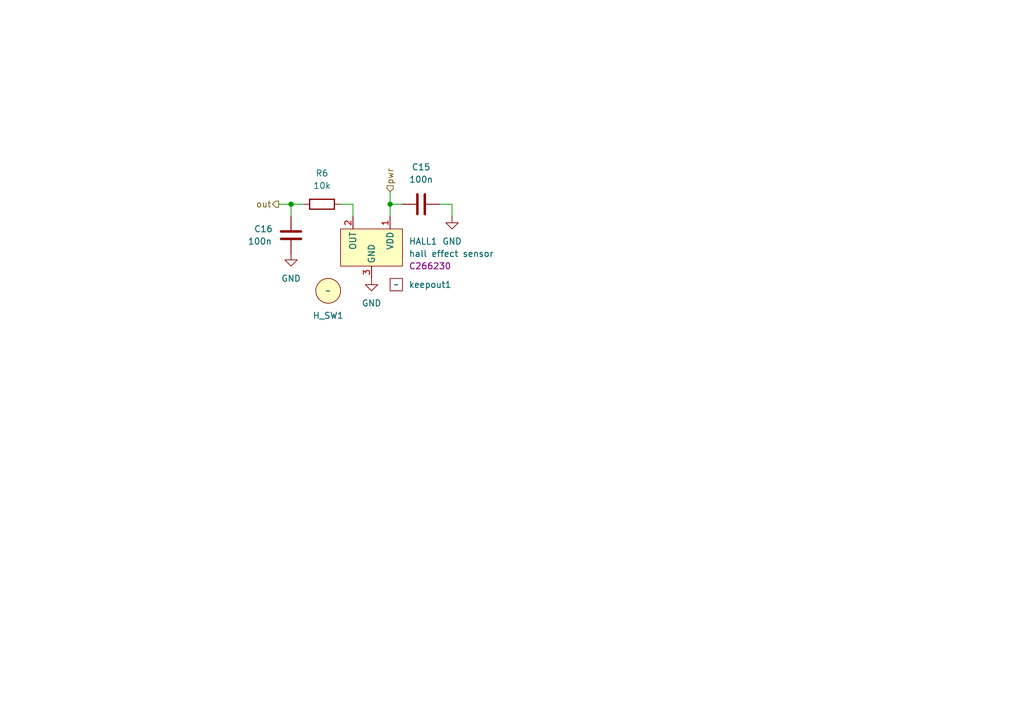
<source format=kicad_sch>
(kicad_sch (version 20230121) (generator eeschema)

  (uuid 80551693-4051-414b-8f25-aa3ba1c3e38f)

  (paper "A5")

  (lib_symbols
    (symbol "Device:C" (pin_numbers hide) (pin_names (offset 0.254)) (in_bom yes) (on_board yes)
      (property "Reference" "C" (at 0.635 2.54 0)
        (effects (font (size 1.27 1.27)) (justify left))
      )
      (property "Value" "C" (at 0.635 -2.54 0)
        (effects (font (size 1.27 1.27)) (justify left))
      )
      (property "Footprint" "" (at 0.9652 -3.81 0)
        (effects (font (size 1.27 1.27)) hide)
      )
      (property "Datasheet" "~" (at 0 0 0)
        (effects (font (size 1.27 1.27)) hide)
      )
      (property "ki_keywords" "cap capacitor" (at 0 0 0)
        (effects (font (size 1.27 1.27)) hide)
      )
      (property "ki_description" "Unpolarized capacitor" (at 0 0 0)
        (effects (font (size 1.27 1.27)) hide)
      )
      (property "ki_fp_filters" "C_*" (at 0 0 0)
        (effects (font (size 1.27 1.27)) hide)
      )
      (symbol "C_0_1"
        (polyline
          (pts
            (xy -2.032 -0.762)
            (xy 2.032 -0.762)
          )
          (stroke (width 0.508) (type default))
          (fill (type none))
        )
        (polyline
          (pts
            (xy -2.032 0.762)
            (xy 2.032 0.762)
          )
          (stroke (width 0.508) (type default))
          (fill (type none))
        )
      )
      (symbol "C_1_1"
        (pin passive line (at 0 3.81 270) (length 2.794)
          (name "~" (effects (font (size 1.27 1.27))))
          (number "1" (effects (font (size 1.27 1.27))))
        )
        (pin passive line (at 0 -3.81 90) (length 2.794)
          (name "~" (effects (font (size 1.27 1.27))))
          (number "2" (effects (font (size 1.27 1.27))))
        )
      )
    )
    (symbol "Device:R" (pin_numbers hide) (pin_names (offset 0)) (in_bom yes) (on_board yes)
      (property "Reference" "R" (at 2.032 0 90)
        (effects (font (size 1.27 1.27)))
      )
      (property "Value" "R" (at 0 0 90)
        (effects (font (size 1.27 1.27)))
      )
      (property "Footprint" "" (at -1.778 0 90)
        (effects (font (size 1.27 1.27)) hide)
      )
      (property "Datasheet" "~" (at 0 0 0)
        (effects (font (size 1.27 1.27)) hide)
      )
      (property "ki_keywords" "R res resistor" (at 0 0 0)
        (effects (font (size 1.27 1.27)) hide)
      )
      (property "ki_description" "Resistor" (at 0 0 0)
        (effects (font (size 1.27 1.27)) hide)
      )
      (property "ki_fp_filters" "R_*" (at 0 0 0)
        (effects (font (size 1.27 1.27)) hide)
      )
      (symbol "R_0_1"
        (rectangle (start -1.016 -2.54) (end 1.016 2.54)
          (stroke (width 0.254) (type default))
          (fill (type none))
        )
      )
      (symbol "R_1_1"
        (pin passive line (at 0 3.81 270) (length 1.27)
          (name "~" (effects (font (size 1.27 1.27))))
          (number "1" (effects (font (size 1.27 1.27))))
        )
        (pin passive line (at 0 -3.81 90) (length 1.27)
          (name "~" (effects (font (size 1.27 1.27))))
          (number "2" (effects (font (size 1.27 1.27))))
        )
      )
    )
    (symbol "letmesleep hall effect sensor symbols:hall effect sensor" (in_bom yes) (on_board yes)
      (property "Reference" "HALL" (at -7.62 0 90)
        (effects (font (size 1.27 1.27)))
      )
      (property "Value" "hall effect sensor" (at 0 0 0)
        (effects (font (size 1.27 1.27)))
      )
      (property "Footprint" "letmesleep hall effect sensor footprints:SOT23-3" (at -7.62 0 90)
        (effects (font (size 1.27 1.27)) hide)
      )
      (property "Datasheet" "" (at 0 0 0)
        (effects (font (size 1.27 1.27)) hide)
      )
      (property "LCSC" "C2904393" (at -7.62 0 90)
        (effects (font (size 1.27 1.27)))
      )
      (symbol "hall effect sensor_1_1"
        (rectangle (start -6.35 3.81) (end 6.35 -3.81)
          (stroke (width 0) (type default))
          (fill (type background))
        )
        (pin input line (at 3.81 6.35 270) (length 2.54)
          (name "VDD" (effects (font (size 1.27 1.27))))
          (number "1" (effects (font (size 1.27 1.27))))
        )
        (pin output line (at -3.81 6.35 270) (length 2.54)
          (name "OUT" (effects (font (size 1.27 1.27))))
          (number "2" (effects (font (size 1.27 1.27))))
        )
        (pin output line (at 0 -6.35 90) (length 2.54)
          (name "GND" (effects (font (size 1.27 1.27))))
          (number "3" (effects (font (size 1.27 1.27))))
        )
      )
    )
    (symbol "letmesleep hall effect sensor symbols:keepout" (in_bom no) (on_board yes)
      (property "Reference" "keepout" (at 0 0 0)
        (effects (font (size 1.27 1.27)))
      )
      (property "Value" "" (at 0 0 0)
        (effects (font (size 1.27 1.27)))
      )
      (property "Footprint" "letmesleep hall effect sensor footprints:copper_keepout" (at 0 0 0)
        (effects (font (size 1.27 1.27)) hide)
      )
      (property "Datasheet" "" (at 0 0 0)
        (effects (font (size 1.27 1.27)) hide)
      )
      (symbol "keepout_1_1"
        (rectangle (start -1.27 1.27) (end 1.27 -1.27)
          (stroke (width 0) (type default))
          (fill (type none))
        )
      )
    )
    (symbol "letmesleep hall effect sensor symbols:switch_holes" (in_bom no) (on_board yes)
      (property "Reference" "H_SW" (at 0 0 0)
        (effects (font (size 1.27 1.27)))
      )
      (property "Value" "" (at 0 0 0)
        (effects (font (size 1.27 1.27)))
      )
      (property "Footprint" "" (at 0 0 0)
        (effects (font (size 1.27 1.27)) hide)
      )
      (property "Datasheet" "" (at 0 0 0)
        (effects (font (size 1.27 1.27)) hide)
      )
      (symbol "switch_holes_1_1"
        (circle (center 0 0) (radius 2.54)
          (stroke (width 0) (type default))
          (fill (type background))
        )
      )
    )
    (symbol "power:GND" (power) (pin_names (offset 0)) (in_bom yes) (on_board yes)
      (property "Reference" "#PWR" (at 0 -6.35 0)
        (effects (font (size 1.27 1.27)) hide)
      )
      (property "Value" "GND" (at 0 -3.81 0)
        (effects (font (size 1.27 1.27)))
      )
      (property "Footprint" "" (at 0 0 0)
        (effects (font (size 1.27 1.27)) hide)
      )
      (property "Datasheet" "" (at 0 0 0)
        (effects (font (size 1.27 1.27)) hide)
      )
      (property "ki_keywords" "global power" (at 0 0 0)
        (effects (font (size 1.27 1.27)) hide)
      )
      (property "ki_description" "Power symbol creates a global label with name \"GND\" , ground" (at 0 0 0)
        (effects (font (size 1.27 1.27)) hide)
      )
      (symbol "GND_0_1"
        (polyline
          (pts
            (xy 0 0)
            (xy 0 -1.27)
            (xy 1.27 -1.27)
            (xy 0 -2.54)
            (xy -1.27 -1.27)
            (xy 0 -1.27)
          )
          (stroke (width 0) (type default))
          (fill (type none))
        )
      )
      (symbol "GND_1_1"
        (pin power_in line (at 0 0 270) (length 0) hide
          (name "GND" (effects (font (size 1.27 1.27))))
          (number "1" (effects (font (size 1.27 1.27))))
        )
      )
    )
  )

  (junction (at 59.69 41.91) (diameter 0) (color 0 0 0 0)
    (uuid 176f5580-fc50-4cc7-8bb9-d7153829c962)
  )
  (junction (at 80.01 41.91) (diameter 0) (color 0 0 0 0)
    (uuid 8aa1e00b-b238-4b69-a7da-eea76c704350)
  )

  (wire (pts (xy 57.15 41.91) (xy 59.69 41.91))
    (stroke (width 0) (type default))
    (uuid 030d6a56-66f5-44f5-8648-ba2a6450b2c3)
  )
  (wire (pts (xy 92.71 41.91) (xy 92.71 44.45))
    (stroke (width 0) (type default))
    (uuid 1936923f-9028-4724-b5c7-90c03f66cdb2)
  )
  (wire (pts (xy 72.39 41.91) (xy 72.39 44.45))
    (stroke (width 0) (type default))
    (uuid 1d2e4309-7635-41e9-b620-3f1b9aa72cb2)
  )
  (wire (pts (xy 82.55 41.91) (xy 80.01 41.91))
    (stroke (width 0) (type default))
    (uuid 2a44ca7a-eaad-4ba2-a6a0-07ddf82ccda5)
  )
  (wire (pts (xy 80.01 41.91) (xy 80.01 44.45))
    (stroke (width 0) (type default))
    (uuid 40d7826b-6dd7-4d2f-a8b5-879e0bd1235a)
  )
  (wire (pts (xy 80.01 39.37) (xy 80.01 41.91))
    (stroke (width 0) (type default))
    (uuid 4741d826-3aa3-4113-83cf-1858eda22ccc)
  )
  (wire (pts (xy 90.17 41.91) (xy 92.71 41.91))
    (stroke (width 0) (type default))
    (uuid 799dd0ca-6218-4e8a-ac5a-cbd4bd761dc8)
  )
  (wire (pts (xy 59.69 41.91) (xy 59.69 44.45))
    (stroke (width 0) (type default))
    (uuid bc4f11b4-0dbd-4e83-904c-01cbbaaa03f1)
  )
  (wire (pts (xy 59.69 41.91) (xy 62.23 41.91))
    (stroke (width 0) (type default))
    (uuid f0130c3d-76c9-4457-a513-c06d11d96e08)
  )
  (wire (pts (xy 69.85 41.91) (xy 72.39 41.91))
    (stroke (width 0) (type default))
    (uuid f36653f7-96ff-4d82-9331-72c130705477)
  )

  (hierarchical_label "out" (shape output) (at 57.15 41.91 180) (fields_autoplaced)
    (effects (font (size 1.27 1.27)) (justify right))
    (uuid 4e092f49-7a68-4e23-9577-7a938c5f6a48)
  )
  (hierarchical_label "pwr" (shape input) (at 80.01 39.37 90) (fields_autoplaced)
    (effects (font (size 1.27 1.27)) (justify left))
    (uuid 64fcdcd9-ba6a-4eed-bde2-06f3215018c5)
  )

  (symbol (lib_id "Device:C") (at 59.69 48.26 180) (unit 1)
    (in_bom yes) (on_board yes) (dnp no)
    (uuid 0f71ea94-44f7-4849-afc1-3551957343bb)
    (property "Reference" "C16" (at 52.07 46.99 0)
      (effects (font (size 1.27 1.27)) (justify right))
    )
    (property "Value" "100n" (at 50.8 49.53 0)
      (effects (font (size 1.27 1.27)) (justify right))
    )
    (property "Footprint" "Capacitor_SMD:C_0402_1005Metric" (at 58.7248 44.45 0)
      (effects (font (size 1.27 1.27)) hide)
    )
    (property "Datasheet" "~" (at 59.69 48.26 0)
      (effects (font (size 1.27 1.27)) hide)
    )
    (property "LCSC" "C1525" (at 59.69 48.26 90)
      (effects (font (size 1.27 1.27)) hide)
    )
    (pin "1" (uuid 99439b86-1b0a-491e-8361-acfd9cc0e72c))
    (pin "2" (uuid 1f18994d-45bd-408c-883a-dffb8af681bd))
    (instances
      (project "8 key thingy"
        (path "/938e0f27-02f2-44de-8c0a-24d4ec322755/511d188b-276d-454c-b517-a48960ed000f"
          (reference "C16") (unit 1)
        )
        (path "/938e0f27-02f2-44de-8c0a-24d4ec322755/92bc022e-7afb-4feb-a8cb-cfb6cf58c5ee"
          (reference "C18") (unit 1)
        )
        (path "/938e0f27-02f2-44de-8c0a-24d4ec322755/90cc0f01-6597-4425-91d0-737046a69695"
          (reference "C20") (unit 1)
        )
        (path "/938e0f27-02f2-44de-8c0a-24d4ec322755/71e7a511-cda5-42fe-a37a-514067f995b2"
          (reference "C22") (unit 1)
        )
        (path "/938e0f27-02f2-44de-8c0a-24d4ec322755/fd20ba93-0d63-49d3-96cc-1c83169f5e71"
          (reference "C24") (unit 1)
        )
        (path "/938e0f27-02f2-44de-8c0a-24d4ec322755/b1c4c5b1-2b32-4033-8a9a-688cdd8f8825"
          (reference "C26") (unit 1)
        )
        (path "/938e0f27-02f2-44de-8c0a-24d4ec322755/7144cb50-4e0c-4ddd-8c78-9013355c299e"
          (reference "C28") (unit 1)
        )
        (path "/938e0f27-02f2-44de-8c0a-24d4ec322755/a841944f-4fa6-46fe-b57e-3e5536dc6cc7"
          (reference "C30") (unit 1)
        )
      )
    )
  )

  (symbol (lib_id "letmesleep hall effect sensor symbols:hall effect sensor") (at 76.2 50.8 0) (unit 1)
    (in_bom yes) (on_board yes) (dnp no)
    (uuid 6954d941-356d-4f66-932b-3c5d1baddaee)
    (property "Reference" "HALL1" (at 83.82 49.53 0)
      (effects (font (size 1.27 1.27)) (justify left))
    )
    (property "Value" "hall effect sensor" (at 83.82 52.07 0)
      (effects (font (size 1.27 1.27)) (justify left))
    )
    (property "Footprint" "letmesleep hall effect sensor footprints:SOT-23" (at 68.58 50.8 90)
      (effects (font (size 1.27 1.27)) hide)
    )
    (property "Datasheet" "" (at 76.2 50.8 0)
      (effects (font (size 1.27 1.27)) hide)
    )
    (property "LCSC" "C266230" (at 83.82 54.61 0)
      (effects (font (size 1.27 1.27)) (justify left))
    )
    (pin "1" (uuid 20052e27-c25d-4667-a20a-bb90e5c5816d))
    (pin "2" (uuid 6c8720ce-a5cc-4408-9e21-121aa14c8c77))
    (pin "3" (uuid 738bd689-c7ca-4466-b353-b9bdeb2573be))
    (instances
      (project "8 key thingy"
        (path "/938e0f27-02f2-44de-8c0a-24d4ec322755/511d188b-276d-454c-b517-a48960ed000f"
          (reference "HALL1") (unit 1)
        )
        (path "/938e0f27-02f2-44de-8c0a-24d4ec322755/92bc022e-7afb-4feb-a8cb-cfb6cf58c5ee"
          (reference "HALL2") (unit 1)
        )
        (path "/938e0f27-02f2-44de-8c0a-24d4ec322755/90cc0f01-6597-4425-91d0-737046a69695"
          (reference "HALL3") (unit 1)
        )
        (path "/938e0f27-02f2-44de-8c0a-24d4ec322755/71e7a511-cda5-42fe-a37a-514067f995b2"
          (reference "HALL4") (unit 1)
        )
        (path "/938e0f27-02f2-44de-8c0a-24d4ec322755/fd20ba93-0d63-49d3-96cc-1c83169f5e71"
          (reference "HALL5") (unit 1)
        )
        (path "/938e0f27-02f2-44de-8c0a-24d4ec322755/b1c4c5b1-2b32-4033-8a9a-688cdd8f8825"
          (reference "HALL6") (unit 1)
        )
        (path "/938e0f27-02f2-44de-8c0a-24d4ec322755/7144cb50-4e0c-4ddd-8c78-9013355c299e"
          (reference "HALL7") (unit 1)
        )
        (path "/938e0f27-02f2-44de-8c0a-24d4ec322755/a841944f-4fa6-46fe-b57e-3e5536dc6cc7"
          (reference "HALL8") (unit 1)
        )
      )
    )
  )

  (symbol (lib_id "power:GND") (at 92.71 44.45 0) (unit 1)
    (in_bom yes) (on_board yes) (dnp no) (fields_autoplaced)
    (uuid 741b1acd-bf0b-4085-9fde-76c7fe3b6a74)
    (property "Reference" "#PWR031" (at 92.71 50.8 0)
      (effects (font (size 1.27 1.27)) hide)
    )
    (property "Value" "GND" (at 92.71 49.53 0)
      (effects (font (size 1.27 1.27)))
    )
    (property "Footprint" "" (at 92.71 44.45 0)
      (effects (font (size 1.27 1.27)) hide)
    )
    (property "Datasheet" "" (at 92.71 44.45 0)
      (effects (font (size 1.27 1.27)) hide)
    )
    (pin "1" (uuid 9f08c529-6fd5-4912-90af-427ecc6aa920))
    (instances
      (project "8 key thingy"
        (path "/938e0f27-02f2-44de-8c0a-24d4ec322755/511d188b-276d-454c-b517-a48960ed000f"
          (reference "#PWR031") (unit 1)
        )
        (path "/938e0f27-02f2-44de-8c0a-24d4ec322755/92bc022e-7afb-4feb-a8cb-cfb6cf58c5ee"
          (reference "#PWR034") (unit 1)
        )
        (path "/938e0f27-02f2-44de-8c0a-24d4ec322755/90cc0f01-6597-4425-91d0-737046a69695"
          (reference "#PWR037") (unit 1)
        )
        (path "/938e0f27-02f2-44de-8c0a-24d4ec322755/71e7a511-cda5-42fe-a37a-514067f995b2"
          (reference "#PWR040") (unit 1)
        )
        (path "/938e0f27-02f2-44de-8c0a-24d4ec322755/fd20ba93-0d63-49d3-96cc-1c83169f5e71"
          (reference "#PWR043") (unit 1)
        )
        (path "/938e0f27-02f2-44de-8c0a-24d4ec322755/b1c4c5b1-2b32-4033-8a9a-688cdd8f8825"
          (reference "#PWR046") (unit 1)
        )
        (path "/938e0f27-02f2-44de-8c0a-24d4ec322755/7144cb50-4e0c-4ddd-8c78-9013355c299e"
          (reference "#PWR049") (unit 1)
        )
        (path "/938e0f27-02f2-44de-8c0a-24d4ec322755/a841944f-4fa6-46fe-b57e-3e5536dc6cc7"
          (reference "#PWR052") (unit 1)
        )
      )
    )
  )

  (symbol (lib_id "power:GND") (at 76.2 57.15 0) (unit 1)
    (in_bom yes) (on_board yes) (dnp no) (fields_autoplaced)
    (uuid 888578ba-c6a3-46b7-b049-9eacaf3f0492)
    (property "Reference" "#PWR033" (at 76.2 63.5 0)
      (effects (font (size 1.27 1.27)) hide)
    )
    (property "Value" "GND" (at 76.2 62.23 0)
      (effects (font (size 1.27 1.27)))
    )
    (property "Footprint" "" (at 76.2 57.15 0)
      (effects (font (size 1.27 1.27)) hide)
    )
    (property "Datasheet" "" (at 76.2 57.15 0)
      (effects (font (size 1.27 1.27)) hide)
    )
    (pin "1" (uuid 807a4d39-5b4b-4e9c-9543-f89c448a3a8b))
    (instances
      (project "8 key thingy"
        (path "/938e0f27-02f2-44de-8c0a-24d4ec322755/511d188b-276d-454c-b517-a48960ed000f"
          (reference "#PWR033") (unit 1)
        )
        (path "/938e0f27-02f2-44de-8c0a-24d4ec322755/92bc022e-7afb-4feb-a8cb-cfb6cf58c5ee"
          (reference "#PWR036") (unit 1)
        )
        (path "/938e0f27-02f2-44de-8c0a-24d4ec322755/90cc0f01-6597-4425-91d0-737046a69695"
          (reference "#PWR039") (unit 1)
        )
        (path "/938e0f27-02f2-44de-8c0a-24d4ec322755/71e7a511-cda5-42fe-a37a-514067f995b2"
          (reference "#PWR042") (unit 1)
        )
        (path "/938e0f27-02f2-44de-8c0a-24d4ec322755/fd20ba93-0d63-49d3-96cc-1c83169f5e71"
          (reference "#PWR045") (unit 1)
        )
        (path "/938e0f27-02f2-44de-8c0a-24d4ec322755/b1c4c5b1-2b32-4033-8a9a-688cdd8f8825"
          (reference "#PWR048") (unit 1)
        )
        (path "/938e0f27-02f2-44de-8c0a-24d4ec322755/7144cb50-4e0c-4ddd-8c78-9013355c299e"
          (reference "#PWR051") (unit 1)
        )
        (path "/938e0f27-02f2-44de-8c0a-24d4ec322755/a841944f-4fa6-46fe-b57e-3e5536dc6cc7"
          (reference "#PWR054") (unit 1)
        )
      )
    )
  )

  (symbol (lib_id "Device:C") (at 86.36 41.91 90) (unit 1)
    (in_bom yes) (on_board yes) (dnp no) (fields_autoplaced)
    (uuid a4bb4939-1640-4cd5-9c60-41f20fd98db8)
    (property "Reference" "C15" (at 86.36 34.29 90)
      (effects (font (size 1.27 1.27)))
    )
    (property "Value" "100n" (at 86.36 36.83 90)
      (effects (font (size 1.27 1.27)))
    )
    (property "Footprint" "Capacitor_SMD:C_0402_1005Metric" (at 90.17 40.9448 0)
      (effects (font (size 1.27 1.27)) hide)
    )
    (property "Datasheet" "~" (at 86.36 41.91 0)
      (effects (font (size 1.27 1.27)) hide)
    )
    (property "LCSC" "C1525" (at 86.36 41.91 90)
      (effects (font (size 1.27 1.27)) hide)
    )
    (pin "1" (uuid 7ea24219-bf75-412e-b67d-874b02a0bd47))
    (pin "2" (uuid e4ff78bd-b664-4097-878a-93beccc76177))
    (instances
      (project "8 key thingy"
        (path "/938e0f27-02f2-44de-8c0a-24d4ec322755/511d188b-276d-454c-b517-a48960ed000f"
          (reference "C15") (unit 1)
        )
        (path "/938e0f27-02f2-44de-8c0a-24d4ec322755/92bc022e-7afb-4feb-a8cb-cfb6cf58c5ee"
          (reference "C17") (unit 1)
        )
        (path "/938e0f27-02f2-44de-8c0a-24d4ec322755/90cc0f01-6597-4425-91d0-737046a69695"
          (reference "C19") (unit 1)
        )
        (path "/938e0f27-02f2-44de-8c0a-24d4ec322755/71e7a511-cda5-42fe-a37a-514067f995b2"
          (reference "C21") (unit 1)
        )
        (path "/938e0f27-02f2-44de-8c0a-24d4ec322755/fd20ba93-0d63-49d3-96cc-1c83169f5e71"
          (reference "C23") (unit 1)
        )
        (path "/938e0f27-02f2-44de-8c0a-24d4ec322755/b1c4c5b1-2b32-4033-8a9a-688cdd8f8825"
          (reference "C25") (unit 1)
        )
        (path "/938e0f27-02f2-44de-8c0a-24d4ec322755/7144cb50-4e0c-4ddd-8c78-9013355c299e"
          (reference "C27") (unit 1)
        )
        (path "/938e0f27-02f2-44de-8c0a-24d4ec322755/a841944f-4fa6-46fe-b57e-3e5536dc6cc7"
          (reference "C29") (unit 1)
        )
      )
    )
  )

  (symbol (lib_id "power:GND") (at 59.69 52.07 0) (unit 1)
    (in_bom yes) (on_board yes) (dnp no) (fields_autoplaced)
    (uuid b7ee24a2-d053-4668-bd8c-1615418e31bb)
    (property "Reference" "#PWR032" (at 59.69 58.42 0)
      (effects (font (size 1.27 1.27)) hide)
    )
    (property "Value" "GND" (at 59.69 57.15 0)
      (effects (font (size 1.27 1.27)))
    )
    (property "Footprint" "" (at 59.69 52.07 0)
      (effects (font (size 1.27 1.27)) hide)
    )
    (property "Datasheet" "" (at 59.69 52.07 0)
      (effects (font (size 1.27 1.27)) hide)
    )
    (pin "1" (uuid 5ab2394f-4df5-49c9-8bc5-a3b163732671))
    (instances
      (project "8 key thingy"
        (path "/938e0f27-02f2-44de-8c0a-24d4ec322755/511d188b-276d-454c-b517-a48960ed000f"
          (reference "#PWR032") (unit 1)
        )
        (path "/938e0f27-02f2-44de-8c0a-24d4ec322755/92bc022e-7afb-4feb-a8cb-cfb6cf58c5ee"
          (reference "#PWR035") (unit 1)
        )
        (path "/938e0f27-02f2-44de-8c0a-24d4ec322755/90cc0f01-6597-4425-91d0-737046a69695"
          (reference "#PWR038") (unit 1)
        )
        (path "/938e0f27-02f2-44de-8c0a-24d4ec322755/71e7a511-cda5-42fe-a37a-514067f995b2"
          (reference "#PWR041") (unit 1)
        )
        (path "/938e0f27-02f2-44de-8c0a-24d4ec322755/fd20ba93-0d63-49d3-96cc-1c83169f5e71"
          (reference "#PWR044") (unit 1)
        )
        (path "/938e0f27-02f2-44de-8c0a-24d4ec322755/b1c4c5b1-2b32-4033-8a9a-688cdd8f8825"
          (reference "#PWR047") (unit 1)
        )
        (path "/938e0f27-02f2-44de-8c0a-24d4ec322755/7144cb50-4e0c-4ddd-8c78-9013355c299e"
          (reference "#PWR050") (unit 1)
        )
        (path "/938e0f27-02f2-44de-8c0a-24d4ec322755/a841944f-4fa6-46fe-b57e-3e5536dc6cc7"
          (reference "#PWR053") (unit 1)
        )
      )
    )
  )

  (symbol (lib_id "letmesleep hall effect sensor symbols:keepout") (at 81.28 58.42 0) (unit 1)
    (in_bom no) (on_board yes) (dnp no) (fields_autoplaced)
    (uuid cdc223ee-8c0f-471d-acfc-16c6880d6e61)
    (property "Reference" "keepout1" (at 83.82 58.42 0)
      (effects (font (size 1.27 1.27)) (justify left))
    )
    (property "Value" "~" (at 81.28 58.42 0)
      (effects (font (size 1.27 1.27)))
    )
    (property "Footprint" "letmesleep hall effect sensor footprints:copper_keepout" (at 81.28 58.42 0)
      (effects (font (size 1.27 1.27)) hide)
    )
    (property "Datasheet" "" (at 81.28 58.42 0)
      (effects (font (size 1.27 1.27)) hide)
    )
    (instances
      (project "8 key thingy"
        (path "/938e0f27-02f2-44de-8c0a-24d4ec322755/511d188b-276d-454c-b517-a48960ed000f"
          (reference "keepout1") (unit 1)
        )
        (path "/938e0f27-02f2-44de-8c0a-24d4ec322755/92bc022e-7afb-4feb-a8cb-cfb6cf58c5ee"
          (reference "keepout2") (unit 1)
        )
        (path "/938e0f27-02f2-44de-8c0a-24d4ec322755/90cc0f01-6597-4425-91d0-737046a69695"
          (reference "keepout3") (unit 1)
        )
        (path "/938e0f27-02f2-44de-8c0a-24d4ec322755/71e7a511-cda5-42fe-a37a-514067f995b2"
          (reference "keepout4") (unit 1)
        )
        (path "/938e0f27-02f2-44de-8c0a-24d4ec322755/fd20ba93-0d63-49d3-96cc-1c83169f5e71"
          (reference "keepout5") (unit 1)
        )
        (path "/938e0f27-02f2-44de-8c0a-24d4ec322755/b1c4c5b1-2b32-4033-8a9a-688cdd8f8825"
          (reference "keepout6") (unit 1)
        )
        (path "/938e0f27-02f2-44de-8c0a-24d4ec322755/7144cb50-4e0c-4ddd-8c78-9013355c299e"
          (reference "keepout7") (unit 1)
        )
        (path "/938e0f27-02f2-44de-8c0a-24d4ec322755/a841944f-4fa6-46fe-b57e-3e5536dc6cc7"
          (reference "keepout8") (unit 1)
        )
      )
    )
  )

  (symbol (lib_id "letmesleep hall effect sensor symbols:switch_holes") (at 67.31 59.69 0) (unit 1)
    (in_bom no) (on_board yes) (dnp no)
    (uuid e7b6e9b7-140d-425a-a72f-1732bd62a20a)
    (property "Reference" "H_SW1" (at 67.31 64.77 0)
      (effects (font (size 1.27 1.27)))
    )
    (property "Value" "~" (at 67.31 59.69 0)
      (effects (font (size 1.27 1.27)))
    )
    (property "Footprint" "letmesleep hall effect sensor footprints:switch holes" (at 67.31 59.69 0)
      (effects (font (size 1.27 1.27)) hide)
    )
    (property "Datasheet" "" (at 67.31 59.69 0)
      (effects (font (size 1.27 1.27)) hide)
    )
    (property "LCSC" "holes" (at 67.31 59.69 0)
      (effects (font (size 1.27 1.27)) hide)
    )
    (instances
      (project "8 key thingy"
        (path "/938e0f27-02f2-44de-8c0a-24d4ec322755/511d188b-276d-454c-b517-a48960ed000f"
          (reference "H_SW1") (unit 1)
        )
        (path "/938e0f27-02f2-44de-8c0a-24d4ec322755/92bc022e-7afb-4feb-a8cb-cfb6cf58c5ee"
          (reference "H_SW2") (unit 1)
        )
        (path "/938e0f27-02f2-44de-8c0a-24d4ec322755/90cc0f01-6597-4425-91d0-737046a69695"
          (reference "H_SW3") (unit 1)
        )
        (path "/938e0f27-02f2-44de-8c0a-24d4ec322755/71e7a511-cda5-42fe-a37a-514067f995b2"
          (reference "H_SW4") (unit 1)
        )
        (path "/938e0f27-02f2-44de-8c0a-24d4ec322755/fd20ba93-0d63-49d3-96cc-1c83169f5e71"
          (reference "H_SW5") (unit 1)
        )
        (path "/938e0f27-02f2-44de-8c0a-24d4ec322755/b1c4c5b1-2b32-4033-8a9a-688cdd8f8825"
          (reference "H_SW6") (unit 1)
        )
        (path "/938e0f27-02f2-44de-8c0a-24d4ec322755/7144cb50-4e0c-4ddd-8c78-9013355c299e"
          (reference "H_SW7") (unit 1)
        )
        (path "/938e0f27-02f2-44de-8c0a-24d4ec322755/a841944f-4fa6-46fe-b57e-3e5536dc6cc7"
          (reference "H_SW8") (unit 1)
        )
      )
    )
  )

  (symbol (lib_id "Device:R") (at 66.04 41.91 90) (unit 1)
    (in_bom yes) (on_board yes) (dnp no) (fields_autoplaced)
    (uuid ed7b7cd2-34d2-4dc7-b053-669ca506672a)
    (property "Reference" "R6" (at 66.04 35.56 90)
      (effects (font (size 1.27 1.27)))
    )
    (property "Value" "10k" (at 66.04 38.1 90)
      (effects (font (size 1.27 1.27)))
    )
    (property "Footprint" "Resistor_SMD:R_0402_1005Metric" (at 66.04 43.688 90)
      (effects (font (size 1.27 1.27)) hide)
    )
    (property "Datasheet" "~" (at 66.04 41.91 0)
      (effects (font (size 1.27 1.27)) hide)
    )
    (property "LCSC" "C25744" (at 66.04 41.91 90)
      (effects (font (size 1.27 1.27)) hide)
    )
    (pin "1" (uuid 96660dda-9038-4e87-8e2a-bb1c803fce68))
    (pin "2" (uuid 8e5a822f-22f5-454c-8f3f-221f91dec8db))
    (instances
      (project "8 key thingy"
        (path "/938e0f27-02f2-44de-8c0a-24d4ec322755/511d188b-276d-454c-b517-a48960ed000f"
          (reference "R6") (unit 1)
        )
        (path "/938e0f27-02f2-44de-8c0a-24d4ec322755/92bc022e-7afb-4feb-a8cb-cfb6cf58c5ee"
          (reference "R7") (unit 1)
        )
        (path "/938e0f27-02f2-44de-8c0a-24d4ec322755/90cc0f01-6597-4425-91d0-737046a69695"
          (reference "R8") (unit 1)
        )
        (path "/938e0f27-02f2-44de-8c0a-24d4ec322755/71e7a511-cda5-42fe-a37a-514067f995b2"
          (reference "R9") (unit 1)
        )
        (path "/938e0f27-02f2-44de-8c0a-24d4ec322755/fd20ba93-0d63-49d3-96cc-1c83169f5e71"
          (reference "R10") (unit 1)
        )
        (path "/938e0f27-02f2-44de-8c0a-24d4ec322755/b1c4c5b1-2b32-4033-8a9a-688cdd8f8825"
          (reference "R11") (unit 1)
        )
        (path "/938e0f27-02f2-44de-8c0a-24d4ec322755/7144cb50-4e0c-4ddd-8c78-9013355c299e"
          (reference "R12") (unit 1)
        )
        (path "/938e0f27-02f2-44de-8c0a-24d4ec322755/a841944f-4fa6-46fe-b57e-3e5536dc6cc7"
          (reference "R13") (unit 1)
        )
      )
    )
  )
)

</source>
